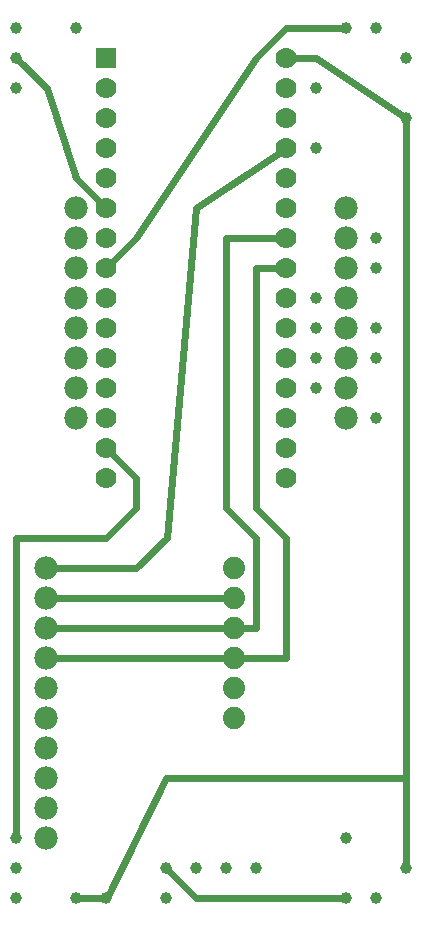
<source format=gbl>
G04 MADE WITH FRITZING*
G04 WWW.FRITZING.ORG*
G04 DOUBLE SIDED*
G04 HOLES PLATED*
G04 CONTOUR ON CENTER OF CONTOUR VECTOR*
%ASAXBY*%
%FSLAX23Y23*%
%MOIN*%
%OFA0B0*%
%SFA1.0B1.0*%
%ADD10C,0.070000*%
%ADD11C,0.078000*%
%ADD12C,0.074291*%
%ADD13C,0.039370*%
%ADD14R,0.069972X0.070000*%
%ADD15C,0.024000*%
%LNCOPPER0*%
G90*
G70*
G54D10*
X389Y2908D03*
X389Y2808D03*
X389Y2708D03*
X389Y2608D03*
X389Y2508D03*
X389Y2408D03*
X389Y2308D03*
X389Y2208D03*
X389Y2108D03*
X389Y2008D03*
X389Y1908D03*
X389Y1808D03*
X389Y1708D03*
X389Y1608D03*
X389Y1508D03*
X989Y2908D03*
X989Y2808D03*
X989Y2708D03*
X989Y2608D03*
X989Y2508D03*
X989Y2408D03*
X989Y2308D03*
X989Y2208D03*
X989Y2108D03*
X989Y2008D03*
X989Y1908D03*
X989Y1808D03*
X989Y1708D03*
X989Y1608D03*
X989Y1508D03*
G54D11*
X189Y508D03*
X189Y608D03*
X189Y708D03*
X189Y808D03*
X189Y908D03*
X189Y1008D03*
X189Y1108D03*
X189Y1208D03*
X189Y308D03*
X189Y408D03*
G54D12*
X815Y707D03*
X815Y807D03*
X815Y908D03*
X815Y1008D03*
X815Y1108D03*
X815Y1209D03*
G54D11*
X290Y1708D03*
X290Y1808D03*
X290Y1908D03*
X290Y2008D03*
X290Y2108D03*
X290Y2208D03*
X290Y2308D03*
X290Y2408D03*
X1190Y2408D03*
X1190Y2308D03*
X1190Y2208D03*
X1190Y2108D03*
X1190Y2008D03*
X1190Y1908D03*
X1190Y1808D03*
X1190Y1708D03*
X290Y1708D03*
X290Y1808D03*
X290Y1908D03*
X290Y2008D03*
X290Y2108D03*
X290Y2208D03*
X290Y2308D03*
X290Y2408D03*
X1190Y2408D03*
X1190Y2308D03*
X1190Y2208D03*
X1190Y2108D03*
X1190Y2008D03*
X1190Y1908D03*
X1190Y1808D03*
X1190Y1708D03*
G54D13*
X1290Y2308D03*
X1290Y1908D03*
X1290Y2008D03*
X1290Y2208D03*
X1290Y1708D03*
X289Y3008D03*
X1390Y2908D03*
X1390Y2708D03*
X1090Y1808D03*
X1090Y2008D03*
X1090Y2608D03*
X1090Y1908D03*
X1090Y2108D03*
X1090Y2808D03*
X89Y2908D03*
X1290Y3008D03*
X89Y3008D03*
X1190Y3008D03*
X89Y2808D03*
X89Y108D03*
X589Y208D03*
X789Y208D03*
X889Y208D03*
X1190Y308D03*
X589Y108D03*
X689Y208D03*
X1190Y108D03*
X1290Y108D03*
X1390Y208D03*
X389Y108D03*
X89Y208D03*
X89Y308D03*
X289Y108D03*
G54D14*
X389Y2908D03*
G54D15*
X890Y1007D02*
X847Y1008D01*
D02*
X789Y1408D02*
X889Y1308D01*
D02*
X889Y1308D02*
X890Y1007D01*
D02*
X960Y2308D02*
X789Y2308D01*
D02*
X789Y2308D02*
X789Y1408D01*
D02*
X589Y907D02*
X690Y907D01*
D02*
X690Y907D02*
X784Y908D01*
D02*
X220Y908D02*
X589Y907D01*
D02*
X889Y1408D02*
X889Y2208D01*
D02*
X989Y1308D02*
X889Y1408D01*
D02*
X889Y2208D02*
X960Y2208D01*
D02*
X990Y909D02*
X989Y1308D01*
D02*
X847Y908D02*
X990Y909D01*
D02*
X589Y1108D02*
X690Y1108D01*
D02*
X690Y1108D02*
X784Y1108D01*
D02*
X220Y1108D02*
X589Y1108D01*
D02*
X1388Y2708D02*
X1090Y2907D01*
D02*
X1090Y2907D02*
X1019Y2908D01*
D02*
X1390Y209D02*
X1390Y209D01*
D02*
X1390Y209D02*
X1390Y609D01*
D02*
X1390Y609D02*
X1389Y1609D01*
D02*
X1388Y507D02*
X1389Y207D01*
D02*
X391Y108D02*
X589Y508D01*
D02*
X285Y106D02*
X289Y108D01*
D02*
X790Y508D02*
X1388Y507D01*
D02*
X1389Y207D02*
X1390Y209D01*
D02*
X289Y108D02*
X391Y108D01*
D02*
X1389Y1609D02*
X1388Y2708D01*
D02*
X589Y508D02*
X790Y508D01*
D02*
X589Y1008D02*
X220Y1008D01*
D02*
X784Y1008D02*
X690Y1008D01*
D02*
X690Y1008D02*
X589Y1008D01*
D02*
X390Y1309D02*
X490Y1408D01*
D02*
X90Y1309D02*
X390Y1309D01*
D02*
X490Y1408D02*
X490Y1507D01*
D02*
X90Y327D02*
X90Y1309D01*
D02*
X490Y1507D02*
X410Y1587D01*
D02*
X690Y107D02*
X1171Y108D01*
D02*
X603Y195D02*
X690Y107D01*
D02*
X489Y1207D02*
X288Y1207D01*
D02*
X690Y2407D02*
X591Y1309D01*
D02*
X591Y1309D02*
X489Y1207D01*
D02*
X965Y2592D02*
X690Y2407D01*
D02*
X288Y1207D02*
X220Y1208D01*
D02*
X290Y2508D02*
X369Y2429D01*
D02*
X191Y2807D02*
X290Y2508D01*
D02*
X103Y2895D02*
X191Y2807D01*
D02*
X490Y2308D02*
X890Y2908D01*
D02*
X410Y2229D02*
X490Y2308D01*
D02*
X890Y2908D02*
X989Y3007D01*
D02*
X989Y3007D02*
X1171Y3008D01*
G04 End of Copper0*
M02*
</source>
